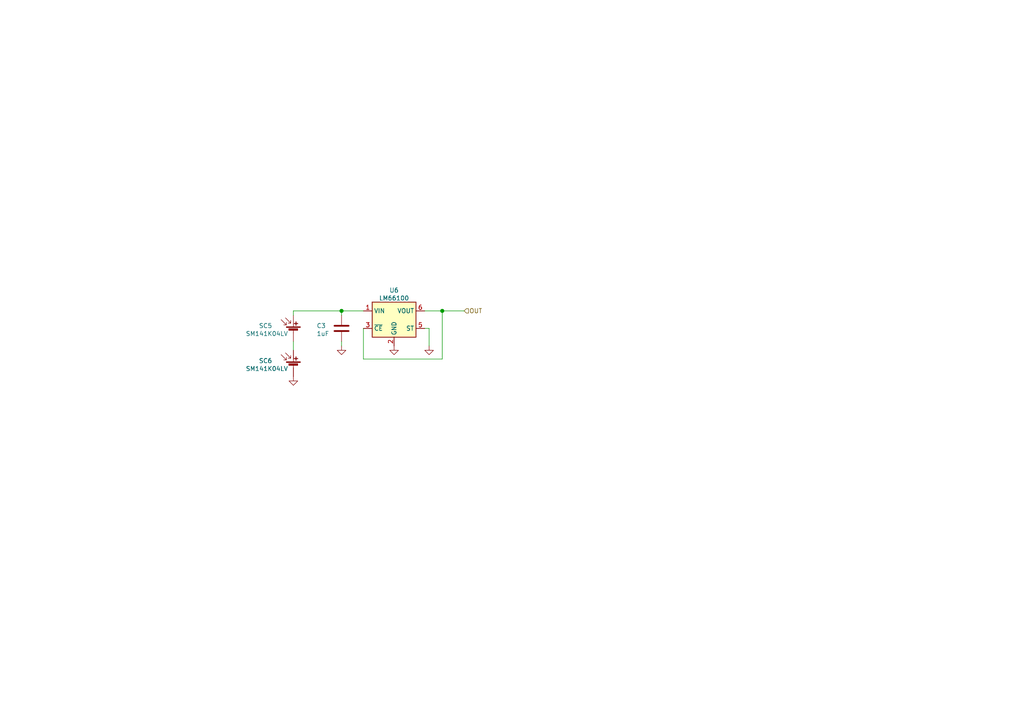
<source format=kicad_sch>
(kicad_sch (version 20210406) (generator eeschema)
  (paper "A4")
  (lib_symbols
    (symbol "Device:C" (pin_numbers hide) (pin_names (offset 0.254))
      (property "Reference" "C" (at 0.635 2.54 0))
      (property "Value" "C" (at 0.635 -2.54 0))
      (symbol "C_0_1"
        (polyline (pts (xy -2.032 -0.762) (xy 2.032 -0.762)) (stroke (width 0.508)))
        (polyline (pts (xy -2.032 0.762) (xy 2.032 0.762)) (stroke (width 0.508)))
      )
      (symbol "C_1_1"
        (pin passive line (at 0 3.81 270) (length 2.794) (name "~") (number "1"))
        (pin passive line (at 0 -3.81 90) (length 2.794) (name "~") (number "2"))
      )
    )
    (symbol "Device:Solar_Cell" (pin_numbers hide) (pin_names (offset 0) hide)
      (property "Reference" "SC" (at 2.54 2.54 0))
      (property "Value" "Solar_Cell" (at 2.54 0 0))
      (symbol "Solar_Cell_0_1"
        (rectangle (start -2.032 1.778) (end 2.032 1.524) (fill (type outline)))
        (rectangle (start -1.3208 1.1938) (end 1.27 0.6858) (fill (type outline)))
        (polyline (pts (xy -2.032 2.286) (xy -3.556 3.81)))
        (polyline (pts (xy -0.762 2.794) (xy -2.286 4.318)))
        (polyline (pts (xy 0 0.762) (xy 0 0)))
        (polyline (pts (xy 0 1.778) (xy 0 2.54)))
        (polyline (pts (xy 0.254 2.667) (xy 1.27 2.667)) (stroke (width 0.254)))
        (polyline (pts (xy 0.762 3.175) (xy 0.762 2.159)) (stroke (width 0.254)))
        (polyline (pts (xy -2.032 3.048) (xy -2.032 2.286) (xy -2.794 2.286)))
        (polyline (pts (xy -0.762 3.556) (xy -0.762 2.794) (xy -1.524 2.794)))
      )
      (symbol "Solar_Cell_1_1"
        (pin passive line (at 0 5.08 270) (length 2.54) (name "+") (number "1"))
        (pin passive line (at 0 -2.54 90) (length 2.54) (name "-") (number "2"))
      )
    )
    (symbol "TCY_power_management:LM66100"
      (property "Reference" "U" (at 0 6.35 0))
      (property "Value" "LM66100" (at 0 8.89 0))
      (symbol "LM66100_0_1"
        (rectangle (start -6.35 5.08) (end 6.35 -5.08) (stroke (width 0.254)) (fill (type background)))
      )
      (symbol "LM66100_1_1"
        (pin power_in line (at -8.89 2.54 0) (length 2.54) (name "VIN") (number "1"))
        (pin passive line (at 0 -7.62 90) (length 2.54) (name "GND") (number "2"))
        (pin input line (at -8.89 -2.54 0) (length 2.54) (name "~CE") (number "3"))
        (pin output line (at 8.89 -2.54 180) (length 2.54) (name "ST") (number "5"))
        (pin power_out line (at 8.89 2.54 180) (length 2.54) (name "VOUT") (number "6"))
      )
    )
    (symbol "power:GND" (power) (pin_names (offset 0))
      (property "Value" "GND" (at 0 -3.81 0))
      (symbol "GND_0_1"
        (polyline (pts (xy 0 0) (xy 0 -1.27) (xy 1.27 -1.27) (xy 0 -2.54) (xy -1.27 -1.27) (xy 0 -1.27)))
      )
      (symbol "GND_1_1"
        (pin power_in line (at 0 0 270) (length 0) hide (name "GND") (number "1"))
      )
    )
  )
  (junction (at 99.06 90.17) (diameter 1.016))
  (junction (at 128.27 90.17) (diameter 1.016))
  (wire (pts (xy 85.09 90.17) (xy 85.09 91.44)))
  (wire (pts (xy 85.09 90.17) (xy 99.06 90.17)))
  (wire (pts (xy 85.09 99.06) (xy 85.09 101.6)))
  (wire (pts (xy 99.06 90.17) (xy 99.06 91.44)))
  (wire (pts (xy 99.06 90.17) (xy 105.41 90.17)))
  (wire (pts (xy 99.06 99.06) (xy 99.06 100.33)))
  (wire (pts (xy 105.41 95.25) (xy 105.41 104.14)))
  (wire (pts (xy 105.41 104.14) (xy 128.27 104.14)))
  (wire (pts (xy 124.46 95.25) (xy 123.19 95.25)))
  (wire (pts (xy 124.46 100.33) (xy 124.46 95.25)))
  (wire (pts (xy 128.27 90.17) (xy 123.19 90.17)))
  (wire (pts (xy 128.27 90.17) (xy 134.62 90.17)))
  (wire (pts (xy 128.27 104.14) (xy 128.27 90.17)))
  (hierarchical_label "OUT" (shape input) (at 134.62 90.17 0))
  (symbol (lib_id "power:GND") (at 85.09 109.22 0)
    (property "Reference" "#PWR0145" (effects hide))
    (property "Value" "GND" (effects hide))
  )
  (symbol (lib_id "power:GND") (at 99.06 100.33 0)
    (property "Reference" "#PWR0148" (effects hide))
    (property "Value" "GND" (effects hide))
  )
  (symbol (lib_id "power:GND") (at 114.3 100.33 0)
    (property "Reference" "#PWR0147" (effects hide))
    (property "Value" "GND" (effects hide))
  )
  (symbol (lib_id "power:GND") (at 124.46 100.33 0)
    (property "Reference" "#PWR0146" (effects hide))
    (property "Value" "GND" (effects hide))
  )
  (symbol (lib_id "Device:C") (at 99.06 95.25 0)
    (property "Reference" "C3" (at 91.8211 94.4891 0) (effects (justify left)))
    (property "Value" "1uF" (at 91.8211 96.7878 0) (effects (justify left)))
    (property "Footprint" "Capacitor_SMD:C_0603_1608Metric" (effects hide))
  )
  (symbol (lib_id "Device:Solar_Cell") (at 85.09 96.52 0)
    (property "Reference" "SC5" (at 75.0571 94.4891 0) (effects (justify left)))
    (property "Value" "SM141K04LV" (at 71.2471 96.7878 0) (effects (justify left)))
    (property "Footprint" "TCY_solar:SM141K04LV" (effects hide))
  )
  (symbol (lib_id "Device:Solar_Cell") (at 85.09 106.68 0)
    (property "Reference" "SC6" (at 75.0571 104.6491 0) (effects (justify left)))
    (property "Value" "SM141K04LV" (at 71.2471 106.9478 0) (effects (justify left)))
    (property "Footprint" "TCY_solar:SM141K04LV" (effects hide))
  )
  (symbol (lib_id "TCY_power_management:LM66100") (at 114.3 92.71 0)
    (property "Reference" "U6" (at 114.3 84.1968 0))
    (property "Value" "LM66100" (at 114.3 86.4955 0))
    (property "Footprint" "Package_TO_SOT_SMD:SOT-363_SC-70-6" (effects hide))
    (property "Datasheet" "https://www.ti.com/lit/ds/symlink/lm66100.pdf?ts=1611216893994&ref_url=https%253A%252F%252Fwww.google.com%252F" (effects hide))
  )
)
</source>
